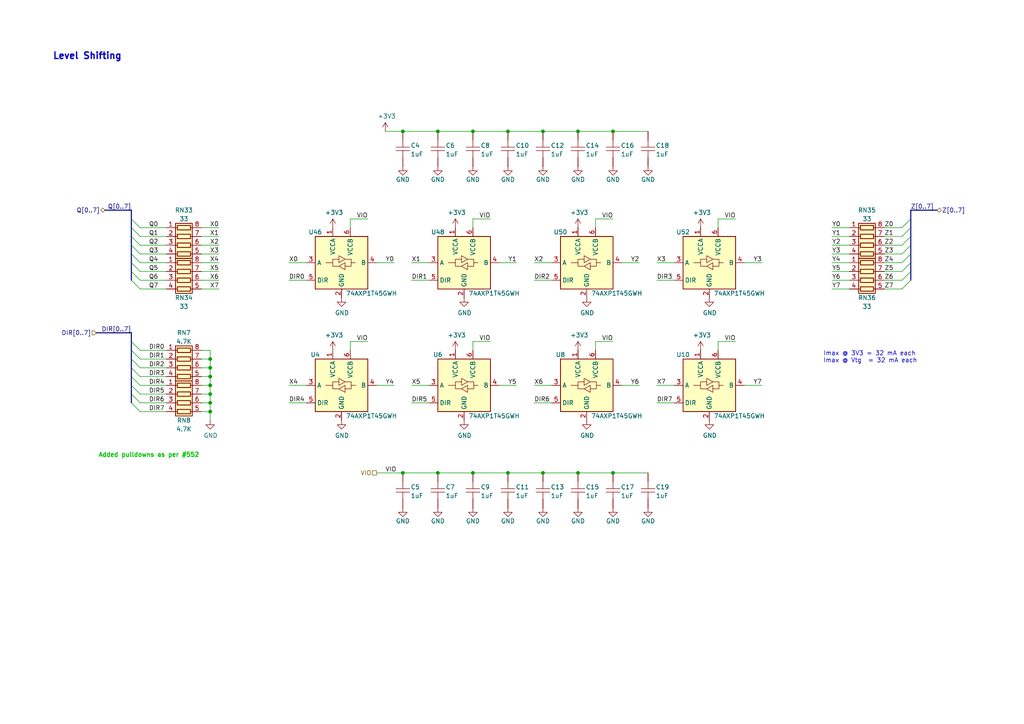
<source format=kicad_sch>
(kicad_sch (version 20250114) (generator "eeschema") (generator_version "9.0")
  (paper "A4")
  (lib_symbols
    (symbol "glasgow_revD_io_wing:CAP 1uF 25V X5R 0402" (pin_numbers (hide yes)) (pin_names (hide yes))
      (property "Reference" "C" (at 0 0 0))
      (property "Value" "1uF" (at 0 0 0))
      (symbol "CAP 1uF 25V X5R 0402_1_0"
        (polyline (pts (xy 0 2.54) (xy 0 0.5)))
        (polyline (pts (xy 0 -2.54) (xy 0 -0.5)))
        (polyline (pts (xy 2 0.5) (xy -2 0.5)))
        (polyline (pts (xy 2 -0.5) (xy -2 -0.5)))
        (pin passive line (at 0 5.08 270) (length 2.54) (name "1") (number "1"))
        (pin passive line (at 0 -5.08 90) (length 2.54) (name "2") (number "2"))
      )
    )
    (symbol "glasgow_revD_io_wing:IC LEVEL SHIFTER 74AXP1T45GWH"
      (property "Reference" "U" (at -6.35 8.89 0))
      (property "Value" "74AXP1T45GWH" (at 3.81 8.89 0))
      (symbol "IC LEVEL SHIFTER 74AXP1T45GWH_0_1"
        (rectangle (start -7.62 7.62) (end 7.62 -7.62) (stroke (width 0.254)) (fill (type background)))
        (polyline (pts (xy -2.54 0) (xy -2.54 1.016) (xy -0.762 1.016)))
        (polyline (pts (xy -0.762 0) (xy -0.762 2.032) (xy 1.016 1.016) (xy -0.762 0)))
        (polyline (pts (xy -0.762 -1.016) (xy -2.54 -1.016) (xy -2.54 0) (xy -4.572 0)))
        (polyline (pts (xy 1.016 1.016) (xy 2.794 1.016) (xy 2.794 0) (xy 4.064 0)))
        (polyline (pts (xy 1.016 0) (xy 1.016 -1.778) (xy 1.016 -2.032) (xy -0.762 -1.016) (xy 1.016 0)))
        (polyline (pts (xy 2.794 0) (xy 2.794 -1.016) (xy 1.016 -1.016)))
      )
      (symbol "IC LEVEL SHIFTER 74AXP1T45GWH_1_1"
        (pin bidirectional line (at -10.16 0 0) (length 2.54) (name "A") (number "3"))
        (pin input line (at -10.16 -5.08 0) (length 2.54) (name "DIR") (number "5"))
        (pin power_in line (at -2.54 10.16 270) (length 2.54) (name "VCCA") (number "1"))
        (pin power_in line (at 0 -10.16 90) (length 2.54) (name "GND") (number "2"))
        (pin power_in line (at 2.54 10.16 270) (length 2.54) (name "VCCB") (number "6"))
        (pin bidirectional line (at 10.16 0 180) (length 2.54) (name "B") (number "4"))
      )
    )
    (symbol "glasgow_revD_io_wing:RES ARRAY 4X 33 OHM 1% 0804" (pin_names (offset 0) (hide yes))
      (property "Reference" "RN" (at -7.62 0 90))
      (property "Value" "33" (at 5.08 0 90))
      (symbol "RES ARRAY 4X 33 OHM 1% 0804_0_1"
        (rectangle (start -6.35 -2.413) (end 3.81 2.413) (stroke (width 0.254)) (fill (type background)))
        (rectangle (start -5.715 1.905) (end -4.445 -1.905) (stroke (width 0.254)))
        (polyline (pts (xy -5.08 1.905) (xy -5.08 2.54)))
        (polyline (pts (xy -5.08 -2.54) (xy -5.08 -1.905)))
        (rectangle (start -3.175 1.905) (end -1.905 -1.905) (stroke (width 0.254)))
        (polyline (pts (xy -2.54 1.905) (xy -2.54 2.54)))
        (polyline (pts (xy -2.54 -2.54) (xy -2.54 -1.905)))
        (rectangle (start -0.635 1.905) (end 0.635 -1.905) (stroke (width 0.254)))
        (polyline (pts (xy 0 1.905) (xy 0 2.54)))
        (polyline (pts (xy 0 -2.54) (xy 0 -1.905)))
        (rectangle (start 1.905 1.905) (end 3.175 -1.905) (stroke (width 0.254)))
        (polyline (pts (xy 2.54 1.905) (xy 2.54 2.54)))
        (polyline (pts (xy 2.54 -2.54) (xy 2.54 -1.905)))
      )
      (symbol "RES ARRAY 4X 33 OHM 1% 0804_1_1"
        (pin passive line (at -5.08 5.08 270) (length 2.54) (name "R1.2") (number "8"))
        (pin passive line (at -5.08 -5.08 90) (length 2.54) (name "R1.1") (number "1"))
        (pin passive line (at -2.54 5.08 270) (length 2.54) (name "R2.2") (number "7"))
        (pin passive line (at -2.54 -5.08 90) (length 2.54) (name "R2.1") (number "2"))
        (pin passive line (at 0 5.08 270) (length 2.54) (name "R3.2") (number "6"))
        (pin passive line (at 0 -5.08 90) (length 2.54) (name "R3.1") (number "3"))
        (pin passive line (at 2.54 5.08 270) (length 2.54) (name "R4.2") (number "5"))
        (pin passive line (at 2.54 -5.08 90) (length 2.54) (name "R4.1") (number "4"))
      )
    )
    (symbol "glasgow_revD_io_wing:RES ARRAY 4X 4.7K OHM 1% 0804" (pin_names (offset 0) (hide yes))
      (property "Reference" "RN" (at -7.62 0 90))
      (property "Value" "4.7K" (at 5.08 0 90))
      (symbol "RES ARRAY 4X 4.7K OHM 1% 0804_0_1"
        (rectangle (start -6.35 -2.413) (end 3.81 2.413) (stroke (width 0.254)) (fill (type background)))
        (rectangle (start -5.715 1.905) (end -4.445 -1.905) (stroke (width 0.254)))
        (polyline (pts (xy -5.08 1.905) (xy -5.08 2.54)))
        (polyline (pts (xy -5.08 -2.54) (xy -5.08 -1.905)))
        (rectangle (start -3.175 1.905) (end -1.905 -1.905) (stroke (width 0.254)))
        (polyline (pts (xy -2.54 1.905) (xy -2.54 2.54)))
        (polyline (pts (xy -2.54 -2.54) (xy -2.54 -1.905)))
        (rectangle (start -0.635 1.905) (end 0.635 -1.905) (stroke (width 0.254)))
        (polyline (pts (xy 0 1.905) (xy 0 2.54)))
        (polyline (pts (xy 0 -2.54) (xy 0 -1.905)))
        (rectangle (start 1.905 1.905) (end 3.175 -1.905) (stroke (width 0.254)))
        (polyline (pts (xy 2.54 1.905) (xy 2.54 2.54)))
        (polyline (pts (xy 2.54 -2.54) (xy 2.54 -1.905)))
      )
      (symbol "RES ARRAY 4X 4.7K OHM 1% 0804_1_1"
        (pin passive line (at -5.08 5.08 270) (length 2.54) (name "R1.2") (number "8"))
        (pin passive line (at -5.08 -5.08 90) (length 2.54) (name "R1.1") (number "1"))
        (pin passive line (at -2.54 5.08 270) (length 2.54) (name "R2.2") (number "7"))
        (pin passive line (at -2.54 -5.08 90) (length 2.54) (name "R2.1") (number "2"))
        (pin passive line (at 0 5.08 270) (length 2.54) (name "R3.2") (number "6"))
        (pin passive line (at 0 -5.08 90) (length 2.54) (name "R3.1") (number "3"))
        (pin passive line (at 2.54 5.08 270) (length 2.54) (name "R4.2") (number "5"))
        (pin passive line (at 2.54 -5.08 90) (length 2.54) (name "R4.1") (number "4"))
      )
    )
    (symbol "power:+3.3V" (power) (pin_numbers (hide yes)) (pin_names (offset 0) (hide yes))
      (property "Value" "+3.3V" (at 0 3.556 0))
      (symbol "+3.3V_0_1"
        (polyline (pts (xy -0.762 1.27) (xy 0 2.54)))
        (polyline (pts (xy 0 2.54) (xy 0.762 1.27)))
        (polyline (pts (xy 0 0) (xy 0 2.54)))
      )
      (symbol "+3.3V_1_1"
        (pin power_in line (at 0 0 90) (length 0) (name "~") (number "1"))
      )
    )
    (symbol "power:GND" (power) (pin_numbers (hide yes)) (pin_names (offset 0) (hide yes))
      (property "Value" "GND" (at 0 -3.81 0))
      (symbol "GND_0_1"
        (polyline (pts (xy 0 0) (xy 0 -1.27) (xy 1.27 -1.27) (xy 0 -2.54) (xy -1.27 -1.27) (xy 0 -1.27)))
      )
      (symbol "GND_1_1"
        (pin power_in line (at 0 0 270) (length 0) (name "~") (number "1"))
      )
    )
  )
  (text "Imax @ 3V3 = 32 mA each\nImax @ Vtg  = 32 mA each" (at 238.76 105.41 0) (effects (font (size 1.27 1.27)) (justify left bottom)))
  (text "Added pulldowns as per #552" (at 43.18 132.08 0) (effects (font (size 1.27 1.27) (thickness 0.254) (bold yes))))
  (text "Level Shifting" (at 15.24 15.24 0) (effects (font (size 1.905 1.905) (thickness 0.381) (bold yes)) (justify left top)))
  (junction (at 127 137.16))
  (junction (at 60.96 116.84))
  (junction (at 137.16 38.1))
  (junction (at 60.96 106.68))
  (junction (at 60.96 119.38))
  (junction (at 147.32 38.1))
  (junction (at 60.96 109.22))
  (junction (at 167.64 38.1))
  (junction (at 116.84 137.16))
  (junction (at 177.8 137.16))
  (junction (at 60.96 114.3))
  (junction (at 157.48 137.16))
  (junction (at 167.64 137.16))
  (junction (at 116.84 38.1))
  (junction (at 147.32 137.16))
  (junction (at 157.48 38.1))
  (junction (at 177.8 38.1))
  (junction (at 60.96 104.14))
  (junction (at 137.16 137.16))
  (junction (at 127 38.1))
  (junction (at 60.96 111.76))
  (bus_entry (at 264.16 66.04) (size -2.54 2.54))
  (bus_entry (at 38.1 101.6) (size 2.54 2.54))
  (bus_entry (at 38.1 116.84) (size 2.54 2.54))
  (bus_entry (at 38.1 99.06) (size 2.54 2.54))
  (bus_entry (at 38.1 78.74) (size 2.54 2.54))
  (bus_entry (at 38.1 71.12) (size 2.54 2.54))
  (bus_entry (at 38.1 111.76) (size 2.54 2.54))
  (bus_entry (at 38.1 81.28) (size 2.54 2.54))
  (bus_entry (at 264.16 63.5) (size -2.54 2.54))
  (bus_entry (at 264.16 73.66) (size -2.54 2.54))
  (bus_entry (at 38.1 76.2) (size 2.54 2.54))
  (bus_entry (at 38.1 106.68) (size 2.54 2.54))
  (bus_entry (at 264.16 68.58) (size -2.54 2.54))
  (bus_entry (at 38.1 68.58) (size 2.54 2.54))
  (bus_entry (at 38.1 109.22) (size 2.54 2.54))
  (bus_entry (at 38.1 63.5) (size 2.54 2.54))
  (bus_entry (at 38.1 114.3) (size 2.54 2.54))
  (bus_entry (at 38.1 104.14) (size 2.54 2.54))
  (bus_entry (at 264.16 71.12) (size -2.54 2.54))
  (bus_entry (at 264.16 78.74) (size -2.54 2.54))
  (bus_entry (at 264.16 76.2) (size -2.54 2.54))
  (bus_entry (at 38.1 66.04) (size 2.54 2.54))
  (bus_entry (at 264.16 81.28) (size -2.54 2.54))
  (bus_entry (at 38.1 73.66) (size 2.54 2.54))
  (wire (pts (xy 241.3 71.12) (xy 246.38 71.12)))
  (wire (pts (xy 241.3 83.82) (xy 246.38 83.82)))
  (wire (pts (xy 83.82 81.28) (xy 88.9 81.28)))
  (wire (pts (xy 256.54 83.82) (xy 261.62 83.82)))
  (wire (pts (xy 83.82 76.2) (xy 88.9 76.2)))
  (wire (pts (xy 119.38 111.76) (xy 124.46 111.76)))
  (wire (pts (xy 60.96 104.14) (xy 60.96 106.68)))
  (wire (pts (xy 109.22 137.16) (xy 116.84 137.16)))
  (wire (pts (xy 157.48 137.16) (xy 167.64 137.16)))
  (bus (pts (xy 38.1 106.68) (xy 38.1 109.22)))
  (wire (pts (xy 58.42 66.04) (xy 63.5 66.04)))
  (bus (pts (xy 264.16 66.04) (xy 264.16 68.58)))
  (bus (pts (xy 38.1 99.06) (xy 38.1 101.6)))
  (wire (pts (xy 40.64 116.84) (xy 48.26 116.84)))
  (wire (pts (xy 137.16 63.5) (xy 137.16 66.04)))
  (wire (pts (xy 58.42 101.6) (xy 60.96 101.6)))
  (wire (pts (xy 58.42 78.74) (xy 63.5 78.74)))
  (wire (pts (xy 137.16 137.16) (xy 147.32 137.16)))
  (wire (pts (xy 58.42 83.82) (xy 63.5 83.82)))
  (wire (pts (xy 40.64 104.14) (xy 48.26 104.14)))
  (bus (pts (xy 38.1 68.58) (xy 38.1 71.12)))
  (wire (pts (xy 154.94 116.84) (xy 160.02 116.84)))
  (wire (pts (xy 256.54 81.28) (xy 261.62 81.28)))
  (wire (pts (xy 60.96 106.68) (xy 60.96 109.22)))
  (wire (pts (xy 58.42 106.68) (xy 60.96 106.68)))
  (wire (pts (xy 241.3 78.74) (xy 246.38 78.74)))
  (wire (pts (xy 106.68 63.5) (xy 101.6 63.5)))
  (wire (pts (xy 40.64 66.04) (xy 48.26 66.04)))
  (wire (pts (xy 40.64 109.22) (xy 48.26 109.22)))
  (wire (pts (xy 177.8 137.16) (xy 187.96 137.16)))
  (wire (pts (xy 40.64 111.76) (xy 48.26 111.76)))
  (wire (pts (xy 119.38 81.28) (xy 124.46 81.28)))
  (wire (pts (xy 256.54 73.66) (xy 261.62 73.66)))
  (wire (pts (xy 119.38 116.84) (xy 124.46 116.84)))
  (wire (pts (xy 40.64 78.74) (xy 48.26 78.74)))
  (wire (pts (xy 220.98 111.76) (xy 215.9 111.76)))
  (wire (pts (xy 111.76 38.1) (xy 116.84 38.1)))
  (wire (pts (xy 213.36 99.06) (xy 208.28 99.06)))
  (bus (pts (xy 38.1 101.6) (xy 38.1 104.14)))
  (bus (pts (xy 38.1 96.52) (xy 38.1 99.06)))
  (bus (pts (xy 264.16 71.12) (xy 264.16 73.66)))
  (wire (pts (xy 58.42 73.66) (xy 63.5 73.66)))
  (wire (pts (xy 177.8 63.5) (xy 172.72 63.5)))
  (wire (pts (xy 127 137.16) (xy 137.16 137.16)))
  (bus (pts (xy 38.1 114.3) (xy 38.1 116.84)))
  (wire (pts (xy 40.64 73.66) (xy 48.26 73.66)))
  (wire (pts (xy 58.42 81.28) (xy 63.5 81.28)))
  (wire (pts (xy 208.28 63.5) (xy 208.28 66.04)))
  (wire (pts (xy 40.64 76.2) (xy 48.26 76.2)))
  (wire (pts (xy 119.38 76.2) (xy 124.46 76.2)))
  (bus (pts (xy 30.48 60.96) (xy 38.1 60.96)))
  (wire (pts (xy 149.86 111.76) (xy 144.78 111.76)))
  (wire (pts (xy 83.82 116.84) (xy 88.9 116.84)))
  (wire (pts (xy 40.64 114.3) (xy 48.26 114.3)))
  (wire (pts (xy 256.54 76.2) (xy 261.62 76.2)))
  (wire (pts (xy 60.96 116.84) (xy 60.96 119.38)))
  (wire (pts (xy 190.5 76.2) (xy 195.58 76.2)))
  (wire (pts (xy 177.8 38.1) (xy 187.96 38.1)))
  (wire (pts (xy 220.98 76.2) (xy 215.9 76.2)))
  (wire (pts (xy 101.6 63.5) (xy 101.6 66.04)))
  (wire (pts (xy 127 38.1) (xy 137.16 38.1)))
  (wire (pts (xy 167.64 38.1) (xy 177.8 38.1)))
  (wire (pts (xy 142.24 99.06) (xy 137.16 99.06)))
  (bus (pts (xy 264.16 78.74) (xy 264.16 81.28)))
  (wire (pts (xy 137.16 99.06) (xy 137.16 101.6)))
  (wire (pts (xy 147.32 137.16) (xy 157.48 137.16)))
  (wire (pts (xy 256.54 78.74) (xy 261.62 78.74)))
  (wire (pts (xy 208.28 99.06) (xy 208.28 101.6)))
  (wire (pts (xy 101.6 99.06) (xy 101.6 101.6)))
  (wire (pts (xy 172.72 63.5) (xy 172.72 66.04)))
  (wire (pts (xy 58.42 119.38) (xy 60.96 119.38)))
  (wire (pts (xy 114.3 76.2) (xy 109.22 76.2)))
  (wire (pts (xy 185.42 111.76) (xy 180.34 111.76)))
  (wire (pts (xy 172.72 99.06) (xy 172.72 101.6)))
  (bus (pts (xy 264.16 76.2) (xy 264.16 78.74)))
  (wire (pts (xy 40.64 81.28) (xy 48.26 81.28)))
  (wire (pts (xy 60.96 114.3) (xy 60.96 116.84)))
  (wire (pts (xy 137.16 38.1) (xy 147.32 38.1)))
  (wire (pts (xy 241.3 76.2) (xy 246.38 76.2)))
  (wire (pts (xy 83.82 111.76) (xy 88.9 111.76)))
  (wire (pts (xy 40.64 101.6) (xy 48.26 101.6)))
  (wire (pts (xy 58.42 68.58) (xy 63.5 68.58)))
  (wire (pts (xy 154.94 76.2) (xy 160.02 76.2)))
  (wire (pts (xy 157.48 38.1) (xy 167.64 38.1)))
  (wire (pts (xy 147.32 38.1) (xy 157.48 38.1)))
  (bus (pts (xy 264.16 73.66) (xy 264.16 76.2)))
  (wire (pts (xy 177.8 99.06) (xy 172.72 99.06)))
  (bus (pts (xy 38.1 71.12) (xy 38.1 73.66)))
  (bus (pts (xy 264.16 68.58) (xy 264.16 71.12)))
  (bus (pts (xy 38.1 63.5) (xy 38.1 66.04)))
  (wire (pts (xy 106.68 99.06) (xy 101.6 99.06)))
  (bus (pts (xy 264.16 60.96) (xy 271.78 60.96)))
  (wire (pts (xy 116.84 38.1) (xy 127 38.1)))
  (bus (pts (xy 38.1 109.22) (xy 38.1 111.76)))
  (bus (pts (xy 38.1 111.76) (xy 38.1 114.3)))
  (wire (pts (xy 241.3 81.28) (xy 246.38 81.28)))
  (wire (pts (xy 40.64 106.68) (xy 48.26 106.68)))
  (wire (pts (xy 154.94 111.76) (xy 160.02 111.76)))
  (bus (pts (xy 27.94 96.52) (xy 38.1 96.52)))
  (wire (pts (xy 185.42 76.2) (xy 180.34 76.2)))
  (wire (pts (xy 40.64 71.12) (xy 48.26 71.12)))
  (wire (pts (xy 190.5 111.76) (xy 195.58 111.76)))
  (bus (pts (xy 38.1 104.14) (xy 38.1 106.68)))
  (bus (pts (xy 264.16 63.5) (xy 264.16 66.04)))
  (wire (pts (xy 60.96 111.76) (xy 60.96 114.3)))
  (wire (pts (xy 58.42 111.76) (xy 60.96 111.76)))
  (wire (pts (xy 167.64 137.16) (xy 177.8 137.16)))
  (wire (pts (xy 241.3 68.58) (xy 246.38 68.58)))
  (wire (pts (xy 256.54 71.12) (xy 261.62 71.12)))
  (wire (pts (xy 154.94 81.28) (xy 160.02 81.28)))
  (wire (pts (xy 58.42 76.2) (xy 63.5 76.2)))
  (wire (pts (xy 40.64 119.38) (xy 48.26 119.38)))
  (wire (pts (xy 60.96 109.22) (xy 60.96 111.76)))
  (wire (pts (xy 58.42 109.22) (xy 60.96 109.22)))
  (bus (pts (xy 38.1 60.96) (xy 38.1 63.5)))
  (bus (pts (xy 264.16 60.96) (xy 264.16 63.5)))
  (wire (pts (xy 40.64 83.82) (xy 48.26 83.82)))
  (wire (pts (xy 256.54 66.04) (xy 261.62 66.04)))
  (wire (pts (xy 142.24 63.5) (xy 137.16 63.5)))
  (bus (pts (xy 38.1 73.66) (xy 38.1 76.2)))
  (bus (pts (xy 38.1 66.04) (xy 38.1 68.58)))
  (wire (pts (xy 241.3 66.04) (xy 246.38 66.04)))
  (wire (pts (xy 40.64 68.58) (xy 48.26 68.58)))
  (bus (pts (xy 38.1 78.74) (xy 38.1 81.28)))
  (wire (pts (xy 58.42 114.3) (xy 60.96 114.3)))
  (wire (pts (xy 58.42 116.84) (xy 60.96 116.84)))
  (wire (pts (xy 190.5 81.28) (xy 195.58 81.28)))
  (wire (pts (xy 60.96 119.38) (xy 60.96 121.92)))
  (wire (pts (xy 241.3 73.66) (xy 246.38 73.66)))
  (wire (pts (xy 114.3 111.76) (xy 109.22 111.76)))
  (wire (pts (xy 213.36 63.5) (xy 208.28 63.5)))
  (wire (pts (xy 190.5 116.84) (xy 195.58 116.84)))
  (bus (pts (xy 38.1 76.2) (xy 38.1 78.74)))
  (wire (pts (xy 149.86 76.2) (xy 144.78 76.2)))
  (wire (pts (xy 256.54 68.58) (xy 261.62 68.58)))
  (wire (pts (xy 60.96 101.6) (xy 60.96 104.14)))
  (wire (pts (xy 116.84 137.16) (xy 127 137.16)))
  (wire (pts (xy 58.42 104.14) (xy 60.96 104.14)))
  (wire (pts (xy 58.42 71.12) (xy 63.5 71.12)))
  (label "Q2" (at 43.18 71.12 0))
  (label "VIO" (at 106.68 63.5 180))
  (label "X5" (at 119.38 111.76 0))
  (label "Y1" (at 149.86 76.2 180))
  (label "Q3" (at 43.18 73.66 0))
  (label "VIO" (at 106.68 99.06 180))
  (label "DIR3" (at 190.5 81.28 0))
  (label "Q6" (at 43.18 81.28 0))
  (label "X7" (at 190.5 111.76 0))
  (label "X3" (at 63.5 73.66 180))
  (label "DIR0" (at 83.82 81.28 0))
  (label "DIR4" (at 43.18 111.76 0))
  (label "X3" (at 190.5 76.2 0))
  (label "Q0" (at 43.18 66.04 0))
  (label "DIR1" (at 119.38 81.28 0))
  (label "Z6" (at 256.54 81.28 0))
  (label "VIO" (at 177.8 99.06 180))
  (label "Y0" (at 114.3 76.2 180))
  (label "DIR[0..7]" (at 38.1 96.52 180))
  (label "VIO" (at 111.76 137.16 0))
  (label "Q7" (at 43.18 83.82 0))
  (label "Z4" (at 256.54 76.2 0))
  (label "Y4" (at 114.3 111.76 180))
  (label "DIR1" (at 43.18 104.14 0))
  (label "X0" (at 83.82 76.2 0))
  (label "Y5" (at 241.3 78.74 0))
  (label "X4" (at 63.5 76.2 180))
  (label "X1" (at 119.38 76.2 0))
  (label "Y5" (at 149.86 111.76 180))
  (label "X6" (at 154.94 111.76 0))
  (label "DIR5" (at 119.38 116.84 0))
  (label "Z0" (at 256.54 66.04 0))
  (label "DIR4" (at 83.82 116.84 0))
  (label "Z[0..7]" (at 264.16 60.96 0))
  (label "X4" (at 83.82 111.76 0))
  (label "Z5" (at 256.54 78.74 0))
  (label "Q1" (at 43.18 68.58 0))
  (label "DIR2" (at 154.94 81.28 0))
  (label "Y6" (at 241.3 81.28 0))
  (label "DIR3" (at 43.18 109.22 0))
  (label "Y2" (at 241.3 71.12 0))
  (label "DIR6" (at 154.94 116.84 0))
  (label "Y4" (at 241.3 76.2 0))
  (label "X7" (at 63.5 83.82 180))
  (label "Y2" (at 185.42 76.2 180))
  (label "X2" (at 63.5 71.12 180))
  (label "X2" (at 154.94 76.2 0))
  (label "Z7" (at 256.54 83.82 0))
  (label "DIR7" (at 43.18 119.38 0))
  (label "DIR0" (at 43.18 101.6 0))
  (label "Y7" (at 220.98 111.76 180))
  (label "Y3" (at 241.3 73.66 0))
  (label "VIO" (at 142.24 99.06 180))
  (label "Q5" (at 43.18 78.74 0))
  (label "DIR6" (at 43.18 116.84 0))
  (label "VIO" (at 142.24 63.5 180))
  (label "Q[0..7]" (at 38.1 60.96 180))
  (label "VIO" (at 213.36 99.06 180))
  (label "Y6" (at 185.42 111.76 180))
  (label "Y1" (at 241.3 68.58 0))
  (label "X6" (at 63.5 81.28 180))
  (label "X5" (at 63.5 78.74 180))
  (label "X0" (at 63.5 66.04 180))
  (label "X1" (at 63.5 68.58 180))
  (label "DIR2" (at 43.18 106.68 0))
  (label "Y3" (at 220.98 76.2 180))
  (label "DIR5" (at 43.18 114.3 0))
  (label "VIO" (at 213.36 63.5 180))
  (label "VIO" (at 177.8 63.5 180))
  (label "Y7" (at 241.3 83.82 0))
  (label "Y0" (at 241.3 66.04 0))
  (label "Z1" (at 256.54 68.58 0))
  (label "DIR7" (at 190.5 116.84 0))
  (label "Z2" (at 256.54 71.12 0))
  (label "Z3" (at 256.54 73.66 0))
  (label "Q4" (at 43.18 76.2 0))
  (hierarchical_label "VIO" (shape passive) (at 109.22 137.16 180))
  (hierarchical_label "Z[0..7]" (shape bidirectional) (at 271.78 60.96 0))
  (hierarchical_label "DIR[0..7]" (shape input) (at 27.94 96.52 180))
  (hierarchical_label "Q[0..7]" (shape bidirectional) (at 30.48 60.96 180))
  (symbol (lib_id "glasgow_revD_io_wing:RES ARRAY 4X 33 OHM 1% 0804") (at 53.34 71.12 270) (unit 1)
    (property "Reference" "RN5" (at 53.34 60.96 90))
    (property "Value" "33" (at 53.34 63.5 90))
    (property "Footprint" "glasgow_revD_io_wing:R_Array_Convex_4x0402" (effects (hide yes)))
    (property "Datasheet" "https://www.mouser.com/datasheet/2/447/PYu_YC_TC_group_51_RoHS_L_9-3003033.pdf" (effects (hide yes)))
    (property "Description" "4 resistor network, parallel topology" (effects (hide yes)))
    (property "MANUFACTURER" "Yageo" (effects (hide yes)))
    (property "MANUFACTURER PART NUMBER" "YC124-JR-1333RL" (effects (hide yes)))
    (instances (project "glasgow" (path "" (reference "RN33") (unit 1)) (path "" (reference "RN23") (unit 1)) (path "" (reference "RN25") (unit 1)) (path "" (reference "RN21") (unit 1))) (project "glasgow_revD_io_wing" (path "" (reference "RN5") (unit 1))))
  )
  (symbol (lib_id "glasgow_revD_io_wing:RES ARRAY 4X 33 OHM 1% 0804") (at 53.34 81.28 270) (unit 1)
    (property "Reference" "RN6" (at 53.34 86.36 90))
    (property "Value" "33" (at 53.34 88.9 90))
    (property "Footprint" "glasgow_revD_io_wing:R_Array_Convex_4x0402" (effects (hide yes)))
    (property "Datasheet" "https://www.mouser.com/datasheet/2/447/PYu_YC_TC_group_51_RoHS_L_9-3003033.pdf" (effects (hide yes)))
    (property "Description" "4 resistor network, parallel topology" (effects (hide yes)))
    (property "MANUFACTURER" "Yageo" (effects (hide yes)))
    (property "MANUFACTURER PART NUMBER" "YC124-JR-1333RL" (effects (hide yes)))
    (instances (project "glasgow" (path "" (reference "RN34") (unit 1)) (path "" (reference "RN24") (unit 1)) (path "" (reference "RN26") (unit 1)) (path "" (reference "RN22") (unit 1))) (project "glasgow_revD_io_wing" (path "" (reference "RN6") (unit 1))))
  )
  (symbol (lib_id "glasgow_revD_io_wing:RES ARRAY 4X 33 OHM 1% 0804") (at 251.46 71.12 270) (unit 1)
    (property "Reference" "RN9" (at 251.46 60.96 90))
    (property "Value" "33" (at 251.46 63.5 90))
    (property "Footprint" "glasgow_revD_io_wing:R_Array_Convex_4x0402" (effects (hide yes)))
    (property "Datasheet" "https://www.mouser.com/datasheet/2/447/PYu_YC_TC_group_51_RoHS_L_9-3003033.pdf" (effects (hide yes)))
    (property "Description" "4 resistor network, parallel topology" (effects (hide yes)))
    (property "MANUFACTURER" "Yageo" (effects (hide yes)))
    (property "MANUFACTURER PART NUMBER" "YC124-JR-1333RL" (effects (hide yes)))
    (instances (project "glasgow" (path "" (reference "RN35") (unit 1)) (path "" (reference "RN29") (unit 1)) (path "" (reference "RN31") (unit 1)) (path "" (reference "RN27") (unit 1))) (project "glasgow_revD_io_wing" (path "" (reference "RN9") (unit 1))))
  )
  (symbol (lib_id "glasgow_revD_io_wing:RES ARRAY 4X 33 OHM 1% 0804") (at 251.46 81.28 270) (unit 1)
    (property "Reference" "RN10" (at 251.46 86.36 90))
    (property "Value" "33" (at 251.46 88.9 90))
    (property "Footprint" "glasgow_revD_io_wing:R_Array_Convex_4x0402" (effects (hide yes)))
    (property "Datasheet" "https://www.mouser.com/datasheet/2/447/PYu_YC_TC_group_51_RoHS_L_9-3003033.pdf" (effects (hide yes)))
    (property "Description" "4 resistor network, parallel topology" (effects (hide yes)))
    (property "MANUFACTURER" "Yageo" (effects (hide yes)))
    (property "MANUFACTURER PART NUMBER" "YC124-JR-1333RL" (effects (hide yes)))
    (instances (project "glasgow" (path "" (reference "RN36") (unit 1)) (path "" (reference "RN30") (unit 1)) (path "" (reference "RN32") (unit 1)) (path "" (reference "RN28") (unit 1))) (project "glasgow_revD_io_wing" (path "" (reference "RN10") (unit 1))))
  )
  (symbol (lib_id "power:GND") (at 177.8 48.26 0) (unit 1)
    (property "Reference" "#PWR049" (effects (hide yes)))
    (property "Value" "GND" (at 177.8 52.07 0))
    (property "Description" "Power symbol creates a global label with name \"GND\" , ground" (effects (hide yes)))
  )
  (symbol (lib_id "glasgow_revD_io_wing:CAP 1uF 25V X5R 0402") (at 157.48 43.18 0) (unit 1)
    (property "Reference" "C12" (at 159.734 42.926 0) (effects (justify left bottom)))
    (property "Value" "1uF" (at 159.734 45.466 0) (effects (justify left bottom)))
    (property "Footprint" "glasgow_revD_io_wing:GEN_C_0402" (effects (hide yes)))
    (property "PACKAGE" "0402" (effects (hide yes)))
    (property "VOLTAGE RATING" "25V" (effects (hide yes)))
    (property "SUPPLIER 1" "Mouser" (effects (hide yes)))
    (property "SUPPLIER PART NUMBER 1" "81-GRM155R61E105KA2D" (effects (hide yes)))
    (property "MANUFACTURER" "Murata" (effects (hide yes)))
    (property "MANUFACTURER PART NUMBER" "GRM155R61E105KA12D" (effects (hide yes)))
  )
  (symbol (lib_id "power:GND") (at 187.96 48.26 0) (unit 1)
    (property "Reference" "#PWR051" (effects (hide yes)))
    (property "Value" "GND" (at 187.96 52.07 0))
    (property "Description" "Power symbol creates a global label with name \"GND\" , ground" (effects (hide yes)))
  )
  (symbol (lib_id "glasgow_revD_io_wing:RES ARRAY 4X 4.7K OHM 1% 0804") (at 53.34 106.68 270) (unit 1)
    (property "Reference" "RN7" (at 53.34 96.52 90))
    (property "Value" "4.7K" (at 53.34 99.06 90))
    (property "Footprint" "glasgow_revD_io_wing:R_Array_Convex_4x0402" (effects (hide yes)))
    (property "Datasheet" "https://www.mouser.com/datasheet/2/447/PYu_YC_TC_group_51_RoHS_L_9-3003033.pdf" (effects (hide yes)))
    (property "Description" "4 resistor network, parallel topology" (effects (hide yes)))
    (property "MANUFACTURER" "Yageo" (effects (hide yes)))
    (property "MANUFACTURER PART NUMBER" "YC124-FR-074K7L" (effects (hide yes)))
  )
  (symbol (lib_id "power:GND") (at 177.8 147.32 0) (unit 1)
    (property "Reference" "#PWR050" (effects (hide yes)))
    (property "Value" "GND" (at 177.8 151.13 0))
    (property "Description" "Power symbol creates a global label with name \"GND\" , ground" (effects (hide yes)))
  )
  (symbol (lib_id "power:GND") (at 116.84 147.32 0) (unit 1)
    (property "Reference" "#PWR030" (effects (hide yes)))
    (property "Value" "GND" (at 116.84 151.13 0))
    (property "Description" "Power symbol creates a global label with name \"GND\" , ground" (effects (hide yes)))
  )
  (symbol (lib_id "glasgow_revD_io_wing:CAP 1uF 25V X5R 0402") (at 147.32 43.18 0) (unit 1)
    (property "Reference" "C10" (at 149.574 42.926 0) (effects (justify left bottom)))
    (property "Value" "1uF" (at 149.574 45.466 0) (effects (justify left bottom)))
    (property "Footprint" "glasgow_revD_io_wing:GEN_C_0402" (effects (hide yes)))
    (property "PACKAGE" "0402" (effects (hide yes)))
    (property "VOLTAGE RATING" "25V" (effects (hide yes)))
    (property "SUPPLIER 1" "Mouser" (effects (hide yes)))
    (property "SUPPLIER PART NUMBER 1" "81-GRM155R61E105KA2D" (effects (hide yes)))
    (property "MANUFACTURER" "Murata" (effects (hide yes)))
    (property "MANUFACTURER PART NUMBER" "GRM155R61E105KA12D" (effects (hide yes)))
  )
  (symbol (lib_id "power:+3.3V") (at 167.64 66.04 0) (unit 1)
    (property "Reference" "#PWR044" (effects (hide yes)))
    (property "Value" "+3V3" (at 168.021 61.6458 0))
    (property "Description" "Power symbol creates a global label with name \"+3.3V\"" (effects (hide yes)))
  )
  (symbol (lib_id "power:GND") (at 137.16 147.32 0) (unit 1)
    (property "Reference" "#PWR038" (effects (hide yes)))
    (property "Value" "GND" (at 137.16 151.13 0))
    (property "Description" "Power symbol creates a global label with name \"GND\" , ground" (effects (hide yes)))
  )
  (symbol (lib_id "power:+3.3V") (at 96.52 101.6 0) (unit 1)
    (property "Reference" "#PWR025" (effects (hide yes)))
    (property "Value" "+3V3" (at 96.901 97.2058 0))
    (property "Description" "Power symbol creates a global label with name \"+3.3V\"" (effects (hide yes)))
  )
  (symbol (lib_id "power:GND") (at 157.48 48.26 0) (unit 1)
    (property "Reference" "#PWR041" (effects (hide yes)))
    (property "Value" "GND" (at 157.48 52.07 0))
    (property "Description" "Power symbol creates a global label with name \"GND\" , ground" (effects (hide yes)))
  )
  (symbol (lib_id "power:GND") (at 134.62 86.36 0) (unit 1)
    (property "Reference" "#PWR035" (effects (hide yes)))
    (property "Value" "GND" (at 134.747 90.7542 0))
    (property "Description" "Power symbol creates a global label with name \"GND\" , ground" (effects (hide yes)))
    (instances (project "glasgow" (path "" (reference "#PWR0270") (unit 1)) (path "" (reference "#PWR0166") (unit 1)) (path "" (reference "#PWR0241") (unit 1)) (path "" (reference "#PWR075") (unit 1))) (project "glasgow_revD_io_wing" (path "" (reference "#PWR035") (unit 1))))
  )
  (symbol (lib_id "power:+3.3V") (at 132.08 101.6 0) (unit 1)
    (property "Reference" "#PWR034" (effects (hide yes)))
    (property "Value" "+3V3" (at 132.461 97.2058 0))
    (property "Description" "Power symbol creates a global label with name \"+3.3V\"" (effects (hide yes)))
  )
  (symbol (lib_id "power:GND") (at 134.62 121.92 0) (unit 1)
    (property "Reference" "#PWR036" (effects (hide yes)))
    (property "Value" "GND" (at 134.747 126.3142 0))
    (property "Description" "Power symbol creates a global label with name \"GND\" , ground" (effects (hide yes)))
  )
  (symbol (lib_id "glasgow_revD_io_wing:CAP 1uF 25V X5R 0402") (at 167.64 142.24 0) (unit 1)
    (property "Reference" "C15" (at 169.894 141.986 0) (effects (justify left bottom)))
    (property "Value" "1uF" (at 169.894 144.526 0) (effects (justify left bottom)))
    (property "Footprint" "glasgow_revD_io_wing:GEN_C_0402" (effects (hide yes)))
    (property "PACKAGE" "0402" (effects (hide yes)))
    (property "VOLTAGE RATING" "25V" (effects (hide yes)))
    (property "SUPPLIER 1" "Mouser" (effects (hide yes)))
    (property "SUPPLIER PART NUMBER 1" "81-GRM155R61E105KA2D" (effects (hide yes)))
    (property "MANUFACTURER" "Murata" (effects (hide yes)))
    (property "MANUFACTURER PART NUMBER" "GRM155R61E105KA12D" (effects (hide yes)))
  )
  (symbol (lib_id "power:GND") (at 205.74 121.92 0) (unit 1)
    (property "Reference" "#PWR056" (effects (hide yes)))
    (property "Value" "GND" (at 205.867 126.3142 0))
    (property "Description" "Power symbol creates a global label with name \"GND\" , ground" (effects (hide yes)))
  )
  (symbol (lib_id "glasgow_revD_io_wing:IC LEVEL SHIFTER 74AXP1T45GWH") (at 99.06 76.2 0) (unit 1)
    (property "Reference" "U3" (at 91.44 67.31 0))
    (property "Value" "74AXP1T45GWH" (at 100.33 85.09 0) (effects (justify left)))
    (property "Footprint" "glasgow_revD_io_wing:SOT-363_SC-70-6" (effects (hide yes)))
    (property "Datasheet" "https://assets.nexperia.com/documents/data-sheet/74AXP1T45.pdf" (effects (hide yes)))
    (property "Description" "Single-Bit Dual-Supply Bus Transceiver With Configurable Voltage Translation and 3-State Outputs, SOT-363" (effects (hide yes)))
    (property "MANUFACTURER" "Nexperia" (effects (hide yes)))
    (property "MANUFACTURER PART NUMBER" "74AXP1T45GWH" (effects (hide yes)))
    (instances (project "glasgow" (path "" (reference "U46") (unit 1)) (path "" (reference "U17") (unit 1)) (path "" (reference "U21") (unit 1)) (path "" (reference "U5") (unit 1))) (project "glasgow_revD_io_wing" (path "" (reference "U3") (unit 1))))
  )
  (symbol (lib_id "glasgow_revD_io_wing:IC LEVEL SHIFTER 74AXP1T45GWH") (at 205.74 76.2 0) (unit 1)
    (property "Reference" "U9" (at 198.12 67.31 0))
    (property "Value" "74AXP1T45GWH" (at 207.01 85.09 0) (effects (justify left)))
    (property "Footprint" "glasgow_revD_io_wing:SOT-363_SC-70-6" (effects (hide yes)))
    (property "Datasheet" "https://assets.nexperia.com/documents/data-sheet/74AXP1T45.pdf" (effects (hide yes)))
    (property "Description" "Single-Bit Dual-Supply Bus Transceiver With Configurable Voltage Translation and 3-State Outputs, SOT-363" (effects (hide yes)))
    (property "MANUFACTURER" "Nexperia" (effects (hide yes)))
    (property "MANUFACTURER PART NUMBER" "74AXP1T45GWH" (effects (hide yes)))
    (instances (project "glasgow" (path "" (reference "U52") (unit 1)) (path "" (reference "U23") (unit 1)) (path "" (reference "U44") (unit 1)) (path "" (reference "U13") (unit 1))) (project "glasgow_revD_io_wing" (path "" (reference "U9") (unit 1))))
  )
  (symbol (lib_id "power:+3.3V") (at 203.2 66.04 0) (unit 1)
    (property "Reference" "#PWR053" (effects (hide yes)))
    (property "Value" "+3V3" (at 203.581 61.6458 0))
    (property "Description" "Power symbol creates a global label with name \"+3.3V\"" (effects (hide yes)))
  )
  (symbol (lib_id "glasgow_revD_io_wing:CAP 1uF 25V X5R 0402") (at 137.16 142.24 0) (unit 1)
    (property "Reference" "C9" (at 139.414 141.986 0) (effects (justify left bottom)))
    (property "Value" "1uF" (at 139.414 144.526 0) (effects (justify left bottom)))
    (property "Footprint" "glasgow_revD_io_wing:GEN_C_0402" (effects (hide yes)))
    (property "PACKAGE" "0402" (effects (hide yes)))
    (property "VOLTAGE RATING" "25V" (effects (hide yes)))
    (property "SUPPLIER 1" "Mouser" (effects (hide yes)))
    (property "SUPPLIER PART NUMBER 1" "81-GRM155R61E105KA2D" (effects (hide yes)))
    (property "MANUFACTURER" "Murata" (effects (hide yes)))
    (property "MANUFACTURER PART NUMBER" "GRM155R61E105KA12D" (effects (hide yes)))
  )
  (symbol (lib_id "power:GND") (at 205.74 86.36 0) (unit 1)
    (property "Reference" "#PWR055" (effects (hide yes)))
    (property "Value" "GND" (at 205.867 90.7542 0))
    (property "Description" "Power symbol creates a global label with name \"GND\" , ground" (effects (hide yes)))
    (instances (project "glasgow" (path "" (reference "#PWR0286") (unit 1)) (path "" (reference "#PWR0167") (unit 1)) (path "" (reference "#PWR0255") (unit 1)) (path "" (reference "#PWR076") (unit 1))) (project "glasgow_revD_io_wing" (path "" (reference "#PWR055") (unit 1))))
  )
  (symbol (lib_id "power:GND") (at 147.32 147.32 0) (unit 1)
    (property "Reference" "#PWR040" (effects (hide yes)))
    (property "Value" "GND" (at 147.32 151.13 0))
    (property "Description" "Power symbol creates a global label with name \"GND\" , ground" (effects (hide yes)))
  )
  (symbol (lib_id "power:+3.3V") (at 111.76 38.1 0) (unit 1)
    (property "Reference" "#PWR028" (effects (hide yes)))
    (property "Value" "+3V3" (at 112.141 33.7058 0))
    (property "Description" "Power symbol creates a global label with name \"+3.3V\"" (effects (hide yes)))
  )
  (symbol (lib_id "glasgow_revD_io_wing:IC LEVEL SHIFTER 74AXP1T45GWH") (at 99.06 111.76 0) (unit 1)
    (property "Reference" "U4" (at 91.44 102.87 0))
    (property "Value" "74AXP1T45GWH" (at 100.33 120.65 0) (effects (justify left)))
    (property "Footprint" "glasgow_revD_io_wing:SOT-363_SC-70-6" (effects (hide yes)))
    (property "Datasheet" "https://assets.nexperia.com/documents/data-sheet/74AXP1T45.pdf" (effects (hide yes)))
    (property "Description" "Single-Bit Dual-Supply Bus Transceiver With Configurable Voltage Translation and 3-State Outputs, SOT-363" (effects (hide yes)))
    (property "MANUFACTURER" "Nexperia" (effects (hide yes)))
    (property "MANUFACTURER PART NUMBER" "74AXP1T45GWH" (effects (hide yes)))
  )
  (symbol (lib_id "power:GND") (at 99.06 121.92 0) (unit 1)
    (property "Reference" "#PWR027" (effects (hide yes)))
    (property "Value" "GND" (at 99.187 126.3142 0))
    (property "Description" "Power symbol creates a global label with name \"GND\" , ground" (effects (hide yes)))
  )
  (symbol (lib_id "glasgow_revD_io_wing:CAP 1uF 25V X5R 0402") (at 147.32 142.24 0) (unit 1)
    (property "Reference" "C11" (at 149.574 141.986 0) (effects (justify left bottom)))
    (property "Value" "1uF" (at 149.574 144.526 0) (effects (justify left bottom)))
    (property "Footprint" "glasgow_revD_io_wing:GEN_C_0402" (effects (hide yes)))
    (property "PACKAGE" "0402" (effects (hide yes)))
    (property "VOLTAGE RATING" "25V" (effects (hide yes)))
    (property "SUPPLIER 1" "Mouser" (effects (hide yes)))
    (property "SUPPLIER PART NUMBER 1" "81-GRM155R61E105KA2D" (effects (hide yes)))
    (property "MANUFACTURER" "Murata" (effects (hide yes)))
    (property "MANUFACTURER PART NUMBER" "GRM155R61E105KA12D" (effects (hide yes)))
  )
  (symbol (lib_id "glasgow_revD_io_wing:CAP 1uF 25V X5R 0402") (at 177.8 43.18 0) (unit 1)
    (property "Reference" "C16" (at 180.054 42.926 0) (effects (justify left bottom)))
    (property "Value" "1uF" (at 180.054 45.466 0) (effects (justify left bottom)))
    (property "Footprint" "glasgow_revD_io_wing:GEN_C_0402" (effects (hide yes)))
    (property "PACKAGE" "0402" (effects (hide yes)))
    (property "VOLTAGE RATING" "25V" (effects (hide yes)))
    (property "SUPPLIER 1" "Mouser" (effects (hide yes)))
    (property "SUPPLIER PART NUMBER 1" "81-GRM155R61E105KA2D" (effects (hide yes)))
    (property "MANUFACTURER" "Murata" (effects (hide yes)))
    (property "MANUFACTURER PART NUMBER" "GRM155R61E105KA12D" (effects (hide yes)))
  )
  (symbol (lib_id "glasgow_revD_io_wing:CAP 1uF 25V X5R 0402") (at 187.96 43.18 0) (unit 1)
    (property "Reference" "C18" (at 190.214 42.926 0) (effects (justify left bottom)))
    (property "Value" "1uF" (at 190.214 45.466 0) (effects (justify left bottom)))
    (property "Footprint" "glasgow_revD_io_wing:GEN_C_0402" (effects (hide yes)))
    (property "PACKAGE" "0402" (effects (hide yes)))
    (property "VOLTAGE RATING" "25V" (effects (hide yes)))
    (property "SUPPLIER 1" "Mouser" (effects (hide yes)))
    (property "SUPPLIER PART NUMBER 1" "81-GRM155R61E105KA2D" (effects (hide yes)))
    (property "MANUFACTURER" "Murata" (effects (hide yes)))
    (property "MANUFACTURER PART NUMBER" "GRM155R61E105KA12D" (effects (hide yes)))
  )
  (symbol (lib_id "power:GND") (at 137.16 48.26 0) (unit 1)
    (property "Reference" "#PWR037" (effects (hide yes)))
    (property "Value" "GND" (at 137.16 52.07 0))
    (property "Description" "Power symbol creates a global label with name \"GND\" , ground" (effects (hide yes)))
  )
  (symbol (lib_id "glasgow_revD_io_wing:IC LEVEL SHIFTER 74AXP1T45GWH") (at 205.74 111.76 0) (unit 1)
    (property "Reference" "U10" (at 198.12 102.87 0))
    (property "Value" "74AXP1T45GWH" (at 207.01 120.65 0) (effects (justify left)))
    (property "Footprint" "glasgow_revD_io_wing:SOT-363_SC-70-6" (effects (hide yes)))
    (property "Datasheet" "https://assets.nexperia.com/documents/data-sheet/74AXP1T45.pdf" (effects (hide yes)))
    (property "Description" "Single-Bit Dual-Supply Bus Transceiver With Configurable Voltage Translation and 3-State Outputs, SOT-363" (effects (hide yes)))
    (property "MANUFACTURER" "Nexperia" (effects (hide yes)))
    (property "MANUFACTURER PART NUMBER" "74AXP1T45GWH" (effects (hide yes)))
  )
  (symbol (lib_id "power:+3.3V") (at 132.08 66.04 0) (unit 1)
    (property "Reference" "#PWR033" (effects (hide yes)))
    (property "Value" "+3V3" (at 132.461 61.6458 0))
    (property "Description" "Power symbol creates a global label with name \"+3.3V\"" (effects (hide yes)))
  )
  (symbol (lib_id "power:+3.3V") (at 167.64 101.6 0) (unit 1)
    (property "Reference" "#PWR045" (effects (hide yes)))
    (property "Value" "+3V3" (at 168.021 97.2058 0))
    (property "Description" "Power symbol creates a global label with name \"+3.3V\"" (effects (hide yes)))
  )
  (symbol (lib_id "glasgow_revD_io_wing:CAP 1uF 25V X5R 0402") (at 127 43.18 0) (unit 1)
    (property "Reference" "C6" (at 129.254 42.926 0) (effects (justify left bottom)))
    (property "Value" "1uF" (at 129.254 45.466 0) (effects (justify left bottom)))
    (property "Footprint" "glasgow_revD_io_wing:GEN_C_0402" (effects (hide yes)))
    (property "PACKAGE" "0402" (effects (hide yes)))
    (property "VOLTAGE RATING" "25V" (effects (hide yes)))
    (property "SUPPLIER 1" "Mouser" (effects (hide yes)))
    (property "SUPPLIER PART NUMBER 1" "81-GRM155R61E105KA2D" (effects (hide yes)))
    (property "MANUFACTURER" "Murata" (effects (hide yes)))
    (property "MANUFACTURER PART NUMBER" "GRM155R61E105KA12D" (effects (hide yes)))
  )
  (symbol (lib_id "glasgow_revD_io_wing:IC LEVEL SHIFTER 74AXP1T45GWH") (at 170.18 111.76 0) (unit 1)
    (property "Reference" "U8" (at 162.56 102.87 0))
    (property "Value" "74AXP1T45GWH" (at 171.45 120.65 0) (effects (justify left)))
    (property "Footprint" "glasgow_revD_io_wing:SOT-363_SC-70-6" (effects (hide yes)))
    (property "Datasheet" "https://assets.nexperia.com/documents/data-sheet/74AXP1T45.pdf" (effects (hide yes)))
    (property "Description" "Single-Bit Dual-Supply Bus Transceiver With Configurable Voltage Translation and 3-State Outputs, SOT-363" (effects (hide yes)))
    (property "MANUFACTURER" "Nexperia" (effects (hide yes)))
    (property "MANUFACTURER PART NUMBER" "74AXP1T45GWH" (effects (hide yes)))
  )
  (symbol (lib_id "power:+3.3V") (at 203.2 101.6 0) (unit 1)
    (property "Reference" "#PWR054" (effects (hide yes)))
    (property "Value" "+3V3" (at 203.581 97.2058 0))
    (property "Description" "Power symbol creates a global label with name \"+3.3V\"" (effects (hide yes)))
  )
  (symbol (lib_id "glasgow_revD_io_wing:CAP 1uF 25V X5R 0402") (at 177.8 142.24 0) (unit 1)
    (property "Reference" "C17" (at 180.054 141.986 0) (effects (justify left bottom)))
    (property "Value" "1uF" (at 180.054 144.526 0) (effects (justify left bottom)))
    (property "Footprint" "glasgow_revD_io_wing:GEN_C_0402" (effects (hide yes)))
    (property "PACKAGE" "0402" (effects (hide yes)))
    (property "VOLTAGE RATING" "25V" (effects (hide yes)))
    (property "SUPPLIER 1" "Mouser" (effects (hide yes)))
    (property "SUPPLIER PART NUMBER 1" "81-GRM155R61E105KA2D" (effects (hide yes)))
    (property "MANUFACTURER" "Murata" (effects (hide yes)))
    (property "MANUFACTURER PART NUMBER" "GRM155R61E105KA12D" (effects (hide yes)))
  )
  (symbol (lib_id "power:GND") (at 187.96 147.32 0) (unit 1)
    (property "Reference" "#PWR052" (effects (hide yes)))
    (property "Value" "GND" (at 187.96 151.13 0))
    (property "Description" "Power symbol creates a global label with name \"GND\" , ground" (effects (hide yes)))
  )
  (symbol (lib_id "power:GND") (at 60.96 121.92 0) (unit 1)
    (property "Reference" "#PWR023" (effects (hide yes)))
    (property "Value" "GND" (at 61.087 126.3142 0))
    (property "Description" "Power symbol creates a global label with name \"GND\" , ground" (effects (hide yes)))
  )
  (symbol (lib_id "power:GND") (at 127 147.32 0) (unit 1)
    (property "Reference" "#PWR032" (effects (hide yes)))
    (property "Value" "GND" (at 127 151.13 0))
    (property "Description" "Power symbol creates a global label with name \"GND\" , ground" (effects (hide yes)))
  )
  (symbol (lib_id "glasgow_revD_io_wing:IC LEVEL SHIFTER 74AXP1T45GWH") (at 170.18 76.2 0) (unit 1)
    (property "Reference" "U7" (at 162.56 67.31 0))
    (property "Value" "74AXP1T45GWH" (at 171.45 85.09 0) (effects (justify left)))
    (property "Footprint" "glasgow_revD_io_wing:SOT-363_SC-70-6" (effects (hide yes)))
    (property "Datasheet" "https://assets.nexperia.com/documents/data-sheet/74AXP1T45.pdf" (effects (hide yes)))
    (property "Description" "Single-Bit Dual-Supply Bus Transceiver With Configurable Voltage Translation and 3-State Outputs, SOT-363" (effects (hide yes)))
    (property "MANUFACTURER" "Nexperia" (effects (hide yes)))
    (property "MANUFACTURER PART NUMBER" "74AXP1T45GWH" (effects (hide yes)))
    (instances (project "glasgow" (path "" (reference "U50") (unit 1)) (path "" (reference "U18") (unit 1)) (path "" (reference "U42") (unit 1)) (path "" (reference "U9") (unit 1))) (project "glasgow_revD_io_wing" (path "" (reference "U7") (unit 1))))
  )
  (symbol (lib_id "power:GND") (at 116.84 48.26 0) (unit 1)
    (property "Reference" "#PWR029" (effects (hide yes)))
    (property "Value" "GND" (at 116.84 52.07 0))
    (property "Description" "Power symbol creates a global label with name \"GND\" , ground" (effects (hide yes)))
  )
  (symbol (lib_id "power:GND") (at 167.64 147.32 0) (unit 1)
    (property "Reference" "#PWR046" (effects (hide yes)))
    (property "Value" "GND" (at 167.64 151.13 0))
    (property "Description" "Power symbol creates a global label with name \"GND\" , ground" (effects (hide yes)))
  )
  (symbol (lib_id "power:GND") (at 99.06 86.36 0) (unit 1)
    (property "Reference" "#PWR026" (effects (hide yes)))
    (property "Value" "GND" (at 99.187 90.7542 0))
    (property "Description" "Power symbol creates a global label with name \"GND\" , ground" (effects (hide yes)))
    (instances (project "glasgow" (path "" (reference "#PWR0261") (unit 1)) (path "" (reference "#PWR0131") (unit 1)) (path "" (reference "#PWR0176") (unit 1)) (path "" (reference "#PWR059") (unit 1))) (project "glasgow_revD_io_wing" (path "" (reference "#PWR026") (unit 1))))
  )
  (symbol (lib_id "power:GND") (at 147.32 48.26 0) (unit 1)
    (property "Reference" "#PWR039" (effects (hide yes)))
    (property "Value" "GND" (at 147.32 52.07 0))
    (property "Description" "Power symbol creates a global label with name \"GND\" , ground" (effects (hide yes)))
  )
  (symbol (lib_id "power:GND") (at 127 48.26 0) (unit 1)
    (property "Reference" "#PWR031" (effects (hide yes)))
    (property "Value" "GND" (at 127 52.07 0))
    (property "Description" "Power symbol creates a global label with name \"GND\" , ground" (effects (hide yes)))
  )
  (symbol (lib_id "glasgow_revD_io_wing:CAP 1uF 25V X5R 0402") (at 187.96 142.24 0) (unit 1)
    (property "Reference" "C19" (at 190.214 141.986 0) (effects (justify left bottom)))
    (property "Value" "1uF" (at 190.214 144.526 0) (effects (justify left bottom)))
    (property "Footprint" "glasgow_revD_io_wing:GEN_C_0402" (effects (hide yes)))
    (property "PACKAGE" "0402" (effects (hide yes)))
    (property "VOLTAGE RATING" "25V" (effects (hide yes)))
    (property "SUPPLIER 1" "Mouser" (effects (hide yes)))
    (property "SUPPLIER PART NUMBER 1" "81-GRM155R61E105KA2D" (effects (hide yes)))
    (property "MANUFACTURER" "Murata" (effects (hide yes)))
    (property "MANUFACTURER PART NUMBER" "GRM155R61E105KA12D" (effects (hide yes)))
  )
  (symbol (lib_id "glasgow_revD_io_wing:CAP 1uF 25V X5R 0402") (at 167.64 43.18 0) (unit 1)
    (property "Reference" "C14" (at 169.894 42.926 0) (effects (justify left bottom)))
    (property "Value" "1uF" (at 169.894 45.466 0) (effects (justify left bottom)))
    (property "Footprint" "glasgow_revD_io_wing:GEN_C_0402" (effects (hide yes)))
    (property "PACKAGE" "0402" (effects (hide yes)))
    (property "VOLTAGE RATING" "25V" (effects (hide yes)))
    (property "SUPPLIER 1" "Mouser" (effects (hide yes)))
    (property "SUPPLIER PART NUMBER 1" "81-GRM155R61E105KA2D" (effects (hide yes)))
    (property "MANUFACTURER" "Murata" (effects (hide yes)))
    (property "MANUFACTURER PART NUMBER" "GRM155R61E105KA12D" (effects (hide yes)))
  )
  (symbol (lib_id "power:GND") (at 170.18 121.92 0) (unit 1)
    (property "Reference" "#PWR048" (effects (hide yes)))
    (property "Value" "GND" (at 170.307 126.3142 0))
    (property "Description" "Power symbol creates a global label with name \"GND\" , ground" (effects (hide yes)))
  )
  (symbol (lib_id "power:GND") (at 167.64 48.26 0) (unit 1)
    (property "Reference" "#PWR043" (effects (hide yes)))
    (property "Value" "GND" (at 167.64 52.07 0))
    (property "Description" "Power symbol creates a global label with name \"GND\" , ground" (effects (hide yes)))
  )
  (symbol (lib_id "glasgow_revD_io_wing:CAP 1uF 25V X5R 0402") (at 137.16 43.18 0) (unit 1)
    (property "Reference" "C8" (at 139.414 42.926 0) (effects (justify left bottom)))
    (property "Value" "1uF" (at 139.414 45.466 0) (effects (justify left bottom)))
    (property "Footprint" "glasgow_revD_io_wing:GEN_C_0402" (effects (hide yes)))
    (property "PACKAGE" "0402" (effects (hide yes)))
    (property "VOLTAGE RATING" "25V" (effects (hide yes)))
    (property "SUPPLIER 1" "Mouser" (effects (hide yes)))
    (property "SUPPLIER PART NUMBER 1" "81-GRM155R61E105KA2D" (effects (hide yes)))
    (property "MANUFACTURER" "Murata" (effects (hide yes)))
    (property "MANUFACTURER PART NUMBER" "GRM155R61E105KA12D" (effects (hide yes)))
  )
  (symbol (lib_id "power:GND") (at 157.48 147.32 0) (unit 1)
    (property "Reference" "#PWR042" (effects (hide yes)))
    (property "Value" "GND" (at 157.48 151.13 0))
    (property "Description" "Power symbol creates a global label with name \"GND\" , ground" (effects (hide yes)))
  )
  (symbol (lib_id "glasgow_revD_io_wing:IC LEVEL SHIFTER 74AXP1T45GWH") (at 134.62 111.76 0) (unit 1)
    (property "Reference" "U6" (at 127 102.87 0))
    (property "Value" "74AXP1T45GWH" (at 135.89 120.65 0) (effects (justify left)))
    (property "Footprint" "glasgow_revD_io_wing:SOT-363_SC-70-6" (effects (hide yes)))
    (property "Datasheet" "https://assets.nexperia.com/documents/data-sheet/74AXP1T45.pdf" (effects (hide yes)))
    (property "Description" "Single-Bit Dual-Supply Bus Transceiver With Configurable Voltage Translation and 3-State Outputs, SOT-363" (effects (hide yes)))
    (property "MANUFACTURER" "Nexperia" (effects (hide yes)))
    (property "MANUFACTURER PART NUMBER" "74AXP1T45GWH" (effects (hide yes)))
  )
  (symbol (lib_id "glasgow_revD_io_wing:CAP 1uF 25V X5R 0402") (at 116.84 43.18 0) (unit 1)
    (property "Reference" "C4" (at 119.094 42.926 0) (effects (justify left bottom)))
    (property "Value" "1uF" (at 119.094 45.466 0) (effects (justify left bottom)))
    (property "Footprint" "glasgow_revD_io_wing:GEN_C_0402" (effects (hide yes)))
    (property "PACKAGE" "0402" (effects (hide yes)))
    (property "VOLTAGE RATING" "25V" (effects (hide yes)))
    (property "SUPPLIER 1" "Mouser" (effects (hide yes)))
    (property "SUPPLIER PART NUMBER 1" "81-GRM155R61E105KA2D" (effects (hide yes)))
    (property "MANUFACTURER" "Murata" (effects (hide yes)))
    (property "MANUFACTURER PART NUMBER" "GRM155R61E105KA12D" (effects (hide yes)))
  )
  (symbol (lib_id "power:+3.3V") (at 96.52 66.04 0) (unit 1)
    (property "Reference" "#PWR024" (effects (hide yes)))
    (property "Value" "+3V3" (at 96.901 61.6458 0))
    (property "Description" "Power symbol creates a global label with name \"+3.3V\"" (effects (hide yes)))
  )
  (symbol (lib_id "glasgow_revD_io_wing:IC LEVEL SHIFTER 74AXP1T45GWH") (at 134.62 76.2 0) (unit 1)
    (property "Reference" "U5" (at 127 67.31 0))
    (property "Value" "74AXP1T45GWH" (at 135.89 85.09 0) (effects (justify left)))
    (property "Footprint" "glasgow_revD_io_wing:SOT-363_SC-70-6" (effects (hide yes)))
    (property "Datasheet" "https://assets.nexperia.com/documents/data-sheet/74AXP1T45.pdf" (effects (hide yes)))
    (property "Description" "Single-Bit Dual-Supply Bus Transceiver With Configurable Voltage Translation and 3-State Outputs, SOT-363" (effects (hide yes)))
    (property "MANUFACTURER" "Nexperia" (effects (hide yes)))
    (property "MANUFACTURER PART NUMBER" "74AXP1T45GWH" (effects (hide yes)))
    (instances (project "glasgow" (path "" (reference "U48") (unit 1)) (path "" (reference "U22") (unit 1)) (path "" (reference "U40") (unit 1)) (path "" (reference "U12") (unit 1))) (project "glasgow_revD_io_wing" (path "" (reference "U5") (unit 1))))
  )
  (symbol (lib_id "power:GND") (at 170.18 86.36 0) (unit 1)
    (property "Reference" "#PWR047" (effects (hide yes)))
    (property "Value" "GND" (at 170.307 90.7542 0))
    (property "Description" "Power symbol creates a global label with name \"GND\" , ground" (effects (hide yes)))
    (instances (project "glasgow" (path "" (reference "#PWR0278") (unit 1)) (path "" (reference "#PWR0132") (unit 1)) (path "" (reference "#PWR0247") (unit 1)) (path "" (reference "#PWR060") (unit 1))) (project "glasgow_revD_io_wing" (path "" (reference "#PWR047") (unit 1))))
  )
  (symbol (lib_id "glasgow_revD_io_wing:RES ARRAY 4X 4.7K OHM 1% 0804") (at 53.34 116.84 270) (unit 1)
    (property "Reference" "RN8" (at 53.34 121.92 90))
    (property "Value" "4.7K" (at 53.34 124.46 90))
    (property "Footprint" "glasgow_revD_io_wing:R_Array_Convex_4x0402" (effects (hide yes)))
    (property "Datasheet" "https://www.mouser.com/datasheet/2/447/PYu_YC_TC_group_51_RoHS_L_9-3003033.pdf" (effects (hide yes)))
    (property "Description" "4 resistor network, parallel topology" (effects (hide yes)))
    (property "MANUFACTURER" "Yageo" (effects (hide yes)))
    (property "MANUFACTURER PART NUMBER" "YC124-FR-074K7L" (effects (hide yes)))
  )
  (symbol (lib_id "glasgow_revD_io_wing:CAP 1uF 25V X5R 0402") (at 116.84 142.24 0) (unit 1)
    (property "Reference" "C5" (at 119.094 141.986 0) (effects (justify left bottom)))
    (property "Value" "1uF" (at 119.094 144.526 0) (effects (justify left bottom)))
    (property "Footprint" "glasgow_revD_io_wing:GEN_C_0402" (effects (hide yes)))
    (property "PACKAGE" "0402" (effects (hide yes)))
    (property "VOLTAGE RATING" "25V" (effects (hide yes)))
    (property "SUPPLIER 1" "Mouser" (effects (hide yes)))
    (property "SUPPLIER PART NUMBER 1" "81-GRM155R61E105KA2D" (effects (hide yes)))
    (property "MANUFACTURER" "Murata" (effects (hide yes)))
    (property "MANUFACTURER PART NUMBER" "GRM155R61E105KA12D" (effects (hide yes)))
  )
  (symbol (lib_id "glasgow_revD_io_wing:CAP 1uF 25V X5R 0402") (at 127 142.24 0) (unit 1)
    (property "Reference" "C7" (at 129.254 141.986 0) (effects (justify left bottom)))
    (property "Value" "1uF" (at 129.254 144.526 0) (effects (justify left bottom)))
    (property "Footprint" "glasgow_revD_io_wing:GEN_C_0402" (effects (hide yes)))
    (property "PACKAGE" "0402" (effects (hide yes)))
    (property "VOLTAGE RATING" "25V" (effects (hide yes)))
    (property "SUPPLIER 1" "Mouser" (effects (hide yes)))
    (property "SUPPLIER PART NUMBER 1" "81-GRM155R61E105KA2D" (effects (hide yes)))
    (property "MANUFACTURER" "Murata" (effects (hide yes)))
    (property "MANUFACTURER PART NUMBER" "GRM155R61E105KA12D" (effects (hide yes)))
  )
  (symbol (lib_id "glasgow_revD_io_wing:CAP 1uF 25V X5R 0402") (at 157.48 142.24 0) (unit 1)
    (property "Reference" "C13" (at 159.734 141.986 0) (effects (justify left bottom)))
    (property "Value" "1uF" (at 159.734 144.526 0) (effects (justify left bottom)))
    (property "Footprint" "glasgow_revD_io_wing:GEN_C_0402" (effects (hide yes)))
    (property "PACKAGE" "0402" (effects (hide yes)))
    (property "VOLTAGE RATING" "25V" (effects (hide yes)))
    (property "SUPPLIER 1" "Mouser" (effects (hide yes)))
    (property "SUPPLIER PART NUMBER 1" "81-GRM155R61E105KA2D" (effects (hide yes)))
    (property "MANUFACTURER" "Murata" (effects (hide yes)))
    (property "MANUFACTURER PART NUMBER" "GRM155R61E105KA12D" (effects (hide yes)))
  )
)
</source>
